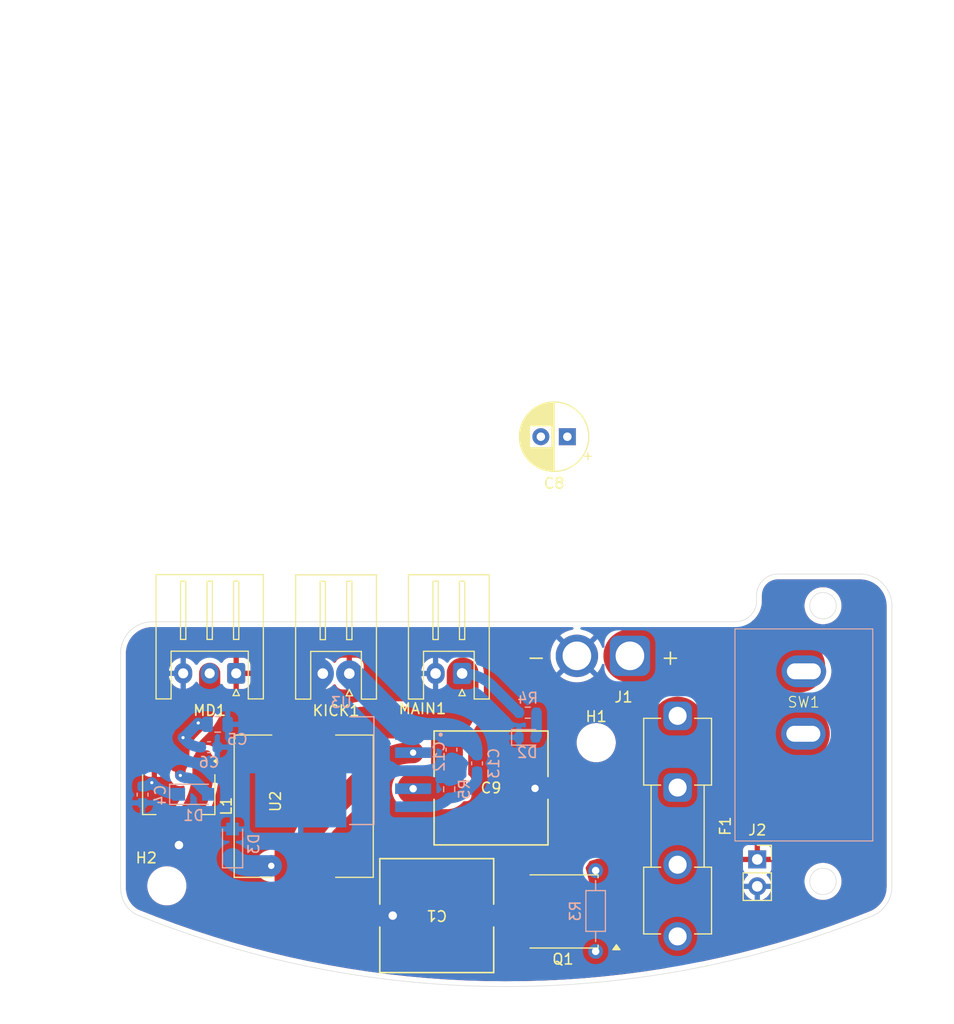
<source format=kicad_pcb>
(kicad_pcb (version 20241229) (generator "pcbnew") (generator_version "9.0")
  (layers (0 "F.Cu" signal) (2 "B.Cu" signal) (13 "F.Paste" user) (15 "B.Paste" user) (5 "F.SilkS" user "F.Silkscreen") (7 "B.SilkS" user "B.Silkscreen") (1 "F.Mask" user) (3 "B.Mask" user) (25 "Edge.Cuts" user))
  (net 0 "")
  (net 1 "Net-(D2-A)")
  (net 2 "+3.3V")
  (net 3 "Net-(SW1-B)")
  (net 4 "Net-(Q1-S)")
  (net 5 "+12V")
  (net 6 "Net-(J1-Pin_1)")
  (net 7 "+5V")
  (net 8 "Net-(Q1-G)")
  (net 9 "Net-(D3-K)")
  (net 10 "Net-(U3-ON{slash}OFF)")
  (net 11 "GND")
  (footprint "Fuse:Fuseholder_Clip-5x20mm_Eaton_1A5601-01_Inline_P20.80x6.76mm_D1.70mm_Horizontal" (layer "F.Cu") (at 166.181 167.47 -90)
    (property "Reference" "F1" (at 10.4 -4.5 90) (layer "F.SilkS"))
    (property "Value" "Fuse")
    (pad "1" thru_hole roundrect (at 0 0 270) (size 2.7 2.7) (drill 1.7) (layers "*.Cu" "*.Mask") (net 3 "Net-(SW1-B)"))
    (pad "1" thru_hole roundrect (at 6.76 0 270) (size 2.7 2.7) (drill 1.7) (layers "*.Cu" "*.Mask") (net 3 "Net-(SW1-B)"))
    (pad "2" thru_hole circle (at 14.04 0 270) (size 2.7 2.7) (drill 1.7) (layers "*.Cu" "*.Mask") (net 4 "Net-(Q1-S)"))
    (pad "2" thru_hole circle (at 20.8 0 270) (size 2.7 2.7) (drill 1.7) (layers "*.Cu" "*.Mask") (net 4 "Net-(Q1-S)"))
  )
  (footprint "Capacitor DOWNROAD:CAP_J-V_10X10P5_RUB" (layer "F.Cu") (at 143.46 186.31 180)
    (property "Reference" "C1" (at 0 0 180) (layer "F.SilkS"))
    (property "Value" "1000uF")
    (pad "1" smd rect (at -4.1529 0 180) (size 3.6068 1.4986) (layers "F.Cu" "F.Mask" "F.Paste") (net 5 "+12V"))
    (pad "2" smd rect (at 4.1529 0 180) (size 3.6068 1.4986) (layers "F.Cu" "F.Mask" "F.Paste") (net 11 "GND"))
  )
  (footprint "Connector_JST:JST_XH_S2B-XH-A_1x02_P2.50mm_Horizontal" (layer "F.Cu") (at 145.85 163.47 180)
    (property "Reference" "MAIN1" (at 3.74 -3.325391 0) (layer "F.SilkS"))
    (property "Value" "Conn_01x02_Pin")
    (pad "1" thru_hole roundrect (at 0 0 180) (size 1.7 2) (drill 1) (layers "*.Cu" "*.Mask") (roundrect_rratio 0.147059) (net 7 "+5V"))
    (pad "2" thru_hole oval (at 2.5 0 180) (size 1.7 2) (drill 1) (layers "*.Cu" "*.Mask") (net 11 "GND"))
  )
  (footprint "Capacitor DOWNROAD:CAP_J-V_10X10P5_RUB" (layer "F.Cu") (at 148.58 174.27)
    (property "Reference" "C9" (at 0 0 0) (layer "F.SilkS"))
    (property "Value" "1000uF")
    (pad "1" smd rect (at -4.1529 0) (size 3.6068 1.4986) (layers "F.Cu" "F.Mask" "F.Paste") (net 7 "+5V"))
    (pad "2" smd rect (at 4.1529 0) (size 3.6068 1.4986) (layers "F.Cu" "F.Mask" "F.Paste") (net 11 "GND"))
  )
  (footprint "SW:DS-850K-S-ON" (layer "F.Cu") (at 178.09 169.27)
    (property "Reference" "SW1" (at -0.02 -3.09 0) (layer "F.SilkS") (effects (font (thickness 0.1))))
    (property "Value" "SW_SPST")
    (pad "1" thru_hole oval (at 0 -6) (size 4.2 3) (drill oval 3.2 1.5) (layers "*.Cu" "*.Mask") (net 6 "Net-(J1-Pin_1)"))
    (pad "2" thru_hole oval (at -0.05 -0.11) (size 4.2 3) (drill oval 3.2 1.5) (layers "*.Cu" "*.Mask") (net 3 "Net-(SW1-B)"))
  )
  (footprint "Capacitor_THT:CP_Radial_D6.3mm_P2.50mm" (layer "F.Cu") (at 155.78 141.14 180)
    (property "Reference" "C8" (at 1.25 -4.4 180) (layer "F.SilkS"))
    (property "Value" "100uF")
    (pad "1" thru_hole rect (at 0 0 180) (size 1.6 1.6) (drill 0.8) (layers "*.Cu" "*.Mask") (net 5 "+12V"))
    (pad "2" thru_hole circle (at 2.5 0 180) (size 1.6 1.6) (drill 0.8) (layers "*.Cu" "*.Mask") (net 11 "GND"))
  )
  (footprint "Package_TO_SOT_SMD:TO-252-2" (layer "F.Cu") (at 155.366 185.918 180)
    (property "Reference" "Q1" (at 0 -4.5 0) (layer "F.SilkS"))
    (property "Value" "PMOS")
    (pad "1" smd roundrect (at -5.04 -2.28 180) (size 2.2 1.2) (layers "F.Cu" "F.Mask" "F.Paste") (roundrect_rratio 0.208333) (net 8 "Net-(Q1-G)"))
    (pad "2" smd roundrect (at 1.26 0 180) (size 6.4 5.8) (layers "F.Cu" "F.Mask") (roundrect_rratio 0.043103) (net 5 "+12V"))
    (pad "3" smd roundrect (at -5.04 2.28 180) (size 2.2 1.2) (layers "F.Cu" "F.Mask" "F.Paste") (roundrect_rratio 0.208333) (net 4 "Net-(Q1-S)"))
  )
  (footprint "Package_TO_SOT_SMD:SOT-223" (layer "F.Cu") (at 119.12 174.87 -90)
    (property "Reference" "U2" (at 0.666666 -9.13 90) (layer "F.SilkS"))
    (property "Value" "AZ1117CH-3.3TRG1")
    (pad "1" smd roundrect (at -3.15 -2.3 270) (size 2 1.5) (layers "F.Cu" "F.Mask" "F.Paste") (net 11 "GND"))
    (pad "2" smd roundrect (at -3.15 0 270) (size 2 1.5) (layers "F.Cu" "F.Mask" "F.Paste") (net 2 "+3.3V"))
    (pad "3" smd roundrect (at -3.15 2.3 270) (size 2 1.5) (layers "F.Cu" "F.Mask" "F.Paste") (net 5 "+12V"))
    (pad "4" smd roundrect (at 3.15 0 270) (size 2 3.8) (layers "F.Cu" "F.Mask" "F.Paste") (net 11 "GND"))
  )
  (footprint "Connector_JST:JST_XH_S3B-XH-A_1x03_P2.50mm_Horizontal" (layer "F.Cu") (at 124.54 163.46 180)
    (property "Reference" "MD1" (at 2.5 -3.5 0) (layer "F.SilkS"))
    (property "Value" "Conn_01x03_Pin")
    (pad "1" thru_hole roundrect (at 0 0 180) (size 1.7 1.95) (drill 0.95) (layers "*.Cu" "*.Mask") (roundrect_rratio 0.147059) (net 5 "+12V"))
    (pad "2" thru_hole oval (at 2.5 0 180) (size 1.7 1.95) (drill 0.95) (layers "*.Cu" "*.Mask") (net 2 "+3.3V"))
    (pad "3" thru_hole oval (at 5 0 180) (size 1.7 1.95) (drill 0.95) (layers "*.Cu" "*.Mask") (net 11 "GND"))
  )
  (footprint "Connector_AMASS:AMASS_XT30U-F_1x02_P5.0mm_Vertical" (layer "F.Cu") (at 161.68 161.81 180)
    (property "Reference" "J1" (at 0.6 -3.89 0) (layer "F.SilkS"))
    (property "Value" "Conn_01x02_Pin")
    (fp_text user "-" (at 8.84 -0.11 0) (layer "F.SilkS") (effects (font (size 1.5 1.5))))
    (fp_text user "+" (at -3.82 -0.11 0) (layer "F.SilkS") (effects (font (size 1.5 1.5))))
    (pad "1" thru_hole roundrect (at 0 0 180) (size 3.8 3.8) (drill 2.7) (layers "*.Cu" "*.Mask") (roundrect_rratio 0.2) (net 6 "Net-(J1-Pin_1)"))
    (pad "2" thru_hole circle (at 5 0 180) (size 4 4) (drill 2.7) (layers "*.Cu" "*.Mask") (net 11 "GND"))
  )
  (footprint "Inductor_SMD:L_Changjiang_FXL1360" (layer "F.Cu") (at 130.91 175.99 90)
    (property "Reference" "L1" (at 0 -7.3 90) (layer "F.SilkS"))
    (property "Value" "CSAB1260A")
    (pad "1" smd roundrect (at -5.625 0 90) (size 3.25 5.5) (layers "F.Cu" "F.Mask" "F.Paste") (roundrect_rratio 0.076923) (net 9 "Net-(D3-K)"))
    (pad "2" smd roundrect (at 5.625 0 90) (size 3.25 5.5) (layers "F.Cu" "F.Mask" "F.Paste") (roundrect_rratio 0.076923) (net 7 "+5V"))
  )
  (footprint "MountingHole:MountingHole_3.2mm_M3" (layer "F.Cu") (at 158.5 170)
    (property "Reference" "H1" (at 0 -2.46 0) (layer "F.SilkS"))
    (property "Value" "MountingHole")
    (pad "" np_thru_hole circle (at 0 0) (size 3.2 3.2) (drill 3.2) (layers "*.Cu" "*.Mask"))
  )
  (footprint "Connector_JST:JST_XH_S2B-XH-A_1x02_P2.50mm_Horizontal" (layer "F.Cu") (at 135.21 163.48 180)
    (property "Reference" "KICK1" (at 1.25 -3.5 0) (layer "F.SilkS"))
    (property "Value" "Conn_01x02_Pin")
    (pad "1" thru_hole roundrect (at 0 0 180) (size 1.7 2) (drill 1) (layers "*.Cu" "*.Mask") (roundrect_rratio 0.147059) (net 5 "+12V"))
    (pad "2" thru_hole oval (at 2.5 0 180) (size 1.7 2) (drill 1) (layers "*.Cu" "*.Mask") (net 11 "GND"))
  )
  (footprint "Connector_PinSocket_2.54mm:PinSocket_1x02_P2.54mm_Vertical" (layer "F.Cu") (at 173.695 181.01)
    (property "Reference" "J2" (at 0 -2.77 0) (layer "F.SilkS"))
    (property "Value" "Conn_01x02_Pin")
    (pad "1" thru_hole rect (at 0 0) (size 1.7 1.7) (drill 1) (layers "*.Cu" "*.Mask") (net 5 "+12V"))
    (pad "2" thru_hole oval (at 0 2.54) (size 1.7 1.7) (drill 1) (layers "*.Cu" "*.Mask") (net 11 "GND"))
  )
  (footprint "MountingHole:MountingHole_3.2mm_M3" (layer "F.Cu") (at 118 183.5)
    (property "Reference" "H2" (at -1.94 -2.63 0) (layer "F.SilkS"))
    (property "Value" "MountingHole")
    (pad "" np_thru_hole circle (at 0 0) (size 3.2 3.2) (drill 3.2) (layers "*.Cu" "*.Mask"))
  )
  (footprint "Resistor_SMD:R_0603_1608Metric" (layer "B.Cu") (at 152.045 167.17)
    (property "Reference" "R4" (at 0 -1.37 180) (layer "B.SilkS") (effects (justify mirror)))
    (property "Value" "1k")
    (pad "1" smd roundrect (at -0.825 0) (size 0.8 0.95) (layers "B.Cu" "B.Mask" "B.Paste") (net 7 "+5V"))
    (pad "2" smd roundrect (at 0.825 0) (size 0.8 0.95) (layers "B.Cu" "B.Mask" "B.Paste") (net 1 "Net-(D2-A)"))
  )
  (footprint "Capacitor_SMD:C_0603_1608Metric" (layer "B.Cu") (at 144.85 170.665 -90)
    (property "Reference" "C12" (at 0.635 1.16 90) (layer "B.SilkS") (effects (justify mirror)))
    (property "Value" "0.1uF")
    (pad "1" smd roundrect (at -0.775 0 270) (size 0.9 0.95) (layers "B.Cu" "B.Mask" "B.Paste") (net 5 "+12V"))
    (pad "2" smd roundrect (at 0.775 0 270) (size 0.9 0.95) (layers "B.Cu" "B.Mask" "B.Paste") (net 11 "GND"))
  )
  (footprint "Capacitor_SMD:C_0603_1608Metric" (layer "B.Cu") (at 147.26 171.95 -90)
    (property "Reference" "C13" (at 0 -1.58 90) (layer "B.SilkS") (effects (justify mirror)))
    (property "Value" "0.1uF")
    (pad "1" smd roundrect (at -0.775 0 270) (size 0.9 0.95) (layers "B.Cu" "B.Mask" "B.Paste") (net 5 "+12V"))
    (pad "2" smd roundrect (at 0.775 0 270) (size 0.9 0.95) (layers "B.Cu" "B.Mask" "B.Paste") (net 10 "Net-(U3-ON{slash}OFF)"))
  )
  (footprint "Resistor_SMD:R_0603_1608Metric" (layer "B.Cu") (at 144.6329 174.39 90)
    (property "Reference" "R5" (at 0 1.43 90) (layer "B.SilkS") (effects (justify mirror)))
    (property "Value" "47k")
    (pad "1" smd roundrect (at -0.825 0 90) (size 0.8 0.95) (layers "B.Cu" "B.Mask" "B.Paste") (net 10 "Net-(U3-ON{slash}OFF)"))
    (pad "2" smd roundrect (at 0.825 0 90) (size 0.8 0.95) (layers "B.Cu" "B.Mask" "B.Paste") (net 11 "GND"))
  )
  (footprint "Capacitor_SMD:C_0603_1608Metric" (layer "B.Cu") (at 115.71 174.9 -90)
    (property "Reference" "C4" (at 0.05 -1.67 90) (layer "B.SilkS") (effects (justify mirror)))
    (property "Value" "0.1uF")
    (pad "1" smd roundrect (at -0.775 0 270) (size 0.9 0.95) (layers "B.Cu" "B.Mask" "B.Paste") (net 5 "+12V"))
    (pad "2" smd roundrect (at 0.775 0 270) (size 0.9 0.95) (layers "B.Cu" "B.Mask" "B.Paste") (net 11 "GND"))
  )
  (footprint "Diode_SMD:Nexperia_CFP3_SOD-123W" (layer "B.Cu") (at 120.52 174.87)
    (property "Reference" "D1" (at 0 2 0) (layer "B.SilkS") (effects (justify mirror)))
    (property "Value" "GS1010FL")
    (pad "1" smd rect (at -1.4 0) (size 1.2 1.2) (layers "B.Cu" "B.Mask" "B.Paste") (net 5 "+12V"))
    (pad "2" smd rect (at 1.4 0) (size 1.2 1.2) (layers "B.Cu" "B.Mask" "B.Paste") (net 2 "+3.3V"))
  )
  (footprint "Capacitor_SMD:C_0805_2012Metric" (layer "B.Cu") (at 122.79 168.27)
    (property "Reference" "C5" (at 1.86 1.42 180) (layer "B.SilkS") (effects (justify mirror)))
    (property "Value" "47uF")
    (pad "1" smd roundrect (at -0.95 0) (size 1 1.45) (layers "B.Cu" "B.Mask" "B.Paste") (net 2 "+3.3V"))
    (pad "2" smd roundrect (at 0.95 0) (size 1 1.45) (layers "B.Cu" "B.Mask" "B.Paste") (net 11 "GND"))
  )
  (footprint "Regulator:LM2576SX-5.0_NOPB" (layer "B.Cu") (at 130.63 172.64 180)
    (property "Reference" "U3" (at -3.825 6.435 0) (layer "B.SilkS") (effects (justify mirror)))
    (property "Value" "LM2576SX-5.0_NOPB")
    (pad "1" smd rect (at -10.6 3.4 180) (size 3.4 1) (layers "B.Cu") (net 5 "+12V"))
    (pad "2" smd rect (at -10.6 1.7 180) (size 3.4 1) (layers "B.Cu") (net 9 "Net-(D3-K)"))
    (pad "3" smd rect (at -10.6 0 180) (size 3.4 1) (layers "B.Cu") (net 11 "GND"))
    (pad "4" smd rect (at -10.6 -1.7 180) (size 3.4 1) (layers "B.Cu") (net 7 "+5V"))
    (pad "5" smd rect (at -10.6 -3.4 180) (size 3.4 1) (layers "B.Cu") (net 10 "Net-(U3-ON{slash}OFF)"))
    (pad "6" smd rect (at 0 0 180) (size 8.6 10.7) (layers "B.Cu") (net 11 "GND"))
  )
  (footprint "Capacitor_SMD:C_0603_1608Metric" (layer "B.Cu") (at 121.98 170.42)
    (property "Reference" "C6" (at 0 1.43 180) (layer "B.SilkS") (effects (justify mirror)))
    (property "Value" "0.1uF")
    (pad "1" smd roundrect (at -0.775 0) (size 0.9 0.95) (layers "B.Cu" "B.Mask" "B.Paste") (net 2 "+3.3V"))
    (pad "2" smd roundrect (at 0.775 0) (size 0.9 0.95) (layers "B.Cu" "B.Mask" "B.Paste") (net 11 "GND"))
  )
  (footprint "Diode_SMD:Nexperia_CFP3_SOD-123W" (layer "B.Cu") (at 124.2 179.54 90)
    (property "Reference" "D3" (at 0 2 90) (layer "B.SilkS") (effects (justify mirror)))
    (property "Value" "D")
    (pad "1" smd rect (at -1.4 0 90) (size 1.2 1.2) (layers "B.Cu" "B.Mask" "B.Paste") (net 9 "Net-(D3-K)"))
    (pad "2" smd rect (at 1.4 0 90) (size 1.2 1.2) (layers "B.Cu" "B.Mask" "B.Paste") (net 11 "GND"))
  )
  (footprint "Resistor_THT:R_Axial_DIN0204_L3.6mm_D1.6mm_P7.62mm_Horizontal" (layer "B.Cu") (at 158.449 182.063 -90)
    (property "Reference" "R3" (at 3.81 1.92 90) (layer "B.SilkS") (effects (justify mirror)))
    (property "Value" "220")
    (pad "1" thru_hole circle (at 0 0 270) (size 1.4 1.4) (drill 0.7) (layers "*.Cu" "*.Mask") (net 4 "Net-(Q1-S)"))
    (pad "2" thru_hole oval (at 7.62 0 270) (size 1.4 1.4) (drill 0.7) (layers "*.Cu" "*.Mask") (net 8 "Net-(Q1-G)"))
  )
  (footprint "LED_SMD:LED_0603_1608Metric" (layer "B.Cu") (at 152.0025 169.5)
    (property "Reference" "D2" (at 0 1.43 180) (layer "B.SilkS") (effects (justify mirror)))
    (property "Value" "LED")
    (pad "1" smd roundrect (at -0.7875 0) (size 0.875 0.95) (layers "B.Cu" "B.Mask" "B.Paste") (net 11 "GND"))
    (pad "2" smd roundrect (at 0.7875 0) (size 0.875 0.95) (layers "B.Cu" "B.Mask" "B.Paste") (net 1 "Net-(D2-A)"))
  )
  (gr_poly (pts (xy 158.018 183.452) (xy 157.604 181.813) (xy 157.951 181.255) (xy 158.594 181.052) (xy 159.823 181.024) (xy 158.039 183.485)) (stroke (width 0.2)) (fill yes) (layer "F.Cu") (net 4))
  (gr_poly (pts (xy 140.51 167.13) (xy 141.46 167.56) (xy 142.47 167.76) (xy 142.33 168.06) (xy 140.91 167.91) (xy 140.57 167.34)) (stroke (width 0.2)) (fill yes) (layer "B.Cu") (net 5))
  (gr_arc (start 183.395441 154.095) (mid 185.516761 154.97368) (end 186.395441 157.095) (stroke (width 0.05)) (layer "Edge.Cuts"))
  (gr_line (start 183.3954 154.095) (end 175.634 154.095) (stroke (width 0.05)) (layer "Edge.Cuts"))
  (gr_line (start 171.634 158.595) (end 116.633837 158.595) (stroke (width 0.05)) (layer "Edge.Cuts"))
  (gr_curve (pts (xy 113.633837 183.594989) (xy 113.633837 185.594989) (xy 115.15 186.22) (xy 115.15 186.22)) (stroke (width 0.05)) (layer "Edge.Cuts"))
  (gr_arc (start 173.634 156.595) (mid 173.048214 158.009214) (end 171.634 158.595) (stroke (width 0.05)) (layer "Edge.Cuts"))
  (gr_line (start 173.634 156.595) (end 173.634 156.095) (stroke (width 0.05)) (layer "Edge.Cuts"))
  (gr_arc (start 184.634 186.31) (mid 149.883007 192.99955) (end 115.148954 186.222588) (stroke (width 0.05)) (layer "Edge.Cuts"))
  (gr_line (start 113.633837 183.594989) (end 113.633837 161.595) (stroke (width 0.05)) (layer "Edge.Cuts"))
  (gr_line (start 186.3954 183.58256) (end 186.3954 157.095) (stroke (width 0.05)) (layer "Edge.Cuts"))
  (gr_curve (pts (xy 186.3954 183.58256) (xy 186.3954 185.58256) (xy 184.634 186.31) (xy 184.634 186.31)) (stroke (width 0.05)) (layer "Edge.Cuts"))
  (gr_circle (center 179.895438 183.082544) (end 181.145438 183.082544) (stroke (width 0.05)) (fill no) (layer "Edge.Cuts"))
  (gr_circle (center 179.895438 157.082544) (end 181.145438 157.082544) (stroke (width 0.05)) (fill no) (layer "Edge.Cuts"))
  (gr_arc (start 173.634 156.095) (mid 174.219786 154.680786) (end 175.634 154.095) (stroke (width 0.05)) (layer "Edge.Cuts"))
  (gr_arc (start 113.633837 161.595) (mid 114.512517 159.47368) (end 116.633837 158.595) (stroke (width 0.05)) (layer "Edge.Cuts"))
  (segment (start 152.87 167.17) (end 152.87 169.306863) (width 1) (layer "B.Cu") (net 1))
  (arc (start 152.87 169.306863) (mid 152.849208 169.411388) (end 152.79 169.5) (width 1) (layer "B.Cu") (net 1))
  (segment (start 120.745995 168.084006) (end 120.15 168.68) (width 2) (layer "F.Cu") (net 2))
  (segment (start 122.04 164.96) (end 122.04 163.46) (width 2) (layer "F.Cu") (net 2))
  (segment (start 119.12 171.16664) (end 119.12 171.72) (width 2) (layer "F.Cu") (net 2))
  (segment (start 119.27 173.09) (end 119.27 172.082132) (width 1) (layer "F.Cu") (net 2))
  (via (at 119.27 173.09) (size 0.6) (drill 0.3) (layers "F.Cu" "B.Cu") (net 2))
  (via (at 119.52611 169.52611) (size 0.6) (drill 0.3) (layers "F.Cu" "B.Cu") (net 2))
  (via (at 120.96 168.139706) (size 0.6) (drill 0.3) (layers "F.Cu" "B.Cu") (net 2))
  (arc (start 122.04 164.96) (mid 121.703699 166.6507) (end 120.745995 168.084006) (width 2) (layer "F.Cu") (net 2))
  (arc (start 119.27 172.082132) (mid 119.231016 171.886148) (end 119.12 171.72) (width 1) (layer "F.Cu") (net 2))
  (arc (start 120.15 168.68) (mid 119.387689 169.82088) (end 119.12 171.16664) (width 2) (layer "F.Cu") (net 2))
  (segment (start 121.92 174.87) (end 120.748909 173.698909) (width 1) (layer "B.Cu") (net 2))
  (segment (start 119.81 173.31) (end 119.801127 173.31) (width 1) (layer "B.Cu") (net 2))
  (segment (start 119.864921 169.864921) (end 119.52611 169.52611) (width 1) (layer "B.Cu") (net 2))
  (segment (start 119.607173 169.492532) (end 120.96 168.139706) (width 1) (layer "B.Cu") (net 2))
  (segment (start 121.84 168.27) (end 121.274558 168.27) (width 1) (layer "B.Cu") (net 2))
  (arc (start 119.801127 173.31) (mid 119.513683 173.252824) (end 119.27 173.09) (width 1) (layer "B.Cu") (net 2))
  (arc (start 120.748909 173.698909) (mid 120.318134 173.411074) (end 119.81 173.31) (width 1) (layer "B.Cu") (net 2))
  (arc (start 119.52611 169.52611) (mid 119.569981 169.517383) (end 119.607173 169.492532) (width 1) (layer "B.Cu") (net 2))
  (arc (start 121.205 170.42) (mid 120.479754 170.27574) (end 119.864921 169.864921) (width 1) (layer "B.Cu") (net 2))
  (arc (start 121.274558 168.27) (mid 121.039377 168.22322) (end 120.96 168.139706) (width 1) (layer "B.Cu") (net 2))
  (segment (start 166.181 168.17) (end 166.181 174.23) (width 5) (layer "F.Cu") (net 3))
  (segment (start 166.551166 173.318834) (end 170.748834 169.121165) (width 5) (layer "F.Cu") (net 3))
  (segment (start 178.04 169.16) (end 168.571071 169.16) (width 5) (layer "F.Cu") (net 3))
  (arc (start 166.189834 174.191165) (mid 166.283741 173.719063) (end 166.551166 173.318834) (width 5) (layer "F.Cu") (net 3))
  (arc (start 168.571071 169.16) (mid 167.277574 168.902707) (end 166.181 168.17) (width 5) (layer "F.Cu") (net 3))
  (segment (start 166.181 181.51) (end 165.543446 181.51) (width 5) (layer "F.Cu") (net 4))
  (segment (start 166.181 181.51) (end 166.181 188.27) (width 5) (layer "F.Cu") (net 4))
  (arc (start 165.543446 181.51) (mid 162.763081 182.063049) (end 160.406 183.638) (width 5) (layer "F.Cu") (net 4))
  (segment (start 146.7329 187.19) (end 145.45 187.19) (width 2.5) (layer "F.Cu") (net 5))
  (segment (start 154.06923 185.829231) (end 151.74 183.5) (width 5) (layer "F.Cu") (net 5))
  (segment (start 146.5929 185.29) (end 145.56 185.29) (width 2.5) (layer "F.Cu") (net 5))
  (segment (start 153.924981 186.35502) (end 152 188.28) (width 5) (layer "F.Cu") (net 5))
  (segment (start 148.0049 185.918) (end 147.6129 186.31) (width 2.5) (layer "F.Cu") (net 5))
  (segment (start 154.106 185.918) (end 154.106 188.368673) (width 5) (layer "F.Cu") (net 5))
  (segment (start 154.106 185.918) (end 148.0049 185.918) (width 2.5) (layer "F.Cu") (net 5))
  (segment (start 154.106 185.918) (end 154.106 182.148063) (width 5) (layer "F.Cu") (net 5))
  (segment (start 147.6129 186.31) (end 146.5929 185.29) (width 2.5) (layer "F.Cu") (net 5))
  (segment (start 147.6129 186.31) (end 146.7329 187.19) (width 2.5) (layer "F.Cu") (net 5))
  (via (at 116.58 173.77) (size 0.6) (drill 0.3) (layers "F.Cu" "B.Cu") (net 5))
  (arc (start 153.748696 185.77) (mid 153.942067 185.808464) (end 154.106 185.918) (width 2.5) (layer "F.Cu") (net 5))
  (arc (start 154.106 182.148063) (mid 154.187606 181.737803) (end 154.42 181.39) (width 5) (layer "F.Cu") (net 5))
  (arc (start 154.106 188.368673) (mid 154.207682 188.879863) (end 154.497248 189.313229) (width 5) (layer "F.Cu") (net 5))
  (arc (start 154.106 185.918) (mid 154.096444 185.869958) (end 154.06923 185.829231) (width 5) (layer "F.Cu") (net 5))
  (arc (start 154.106 185.918) (mid 154.058955 186.154513) (end 153.924981 186.35502) (width 5) (layer "F.Cu") (net 5))
  (segment (start 147.217323 171.157322) (end 146.15 170.09) (width 1) (layer "B.Cu") (net 5))
  (segment (start 143.928163 169.508162) (end 143.84 169.42) (width 1) (layer "B.Cu") (net 5))
  (segment (start 116.661766 173.851766) (end 116.58 173.77) (width 1) (layer "B.Cu") (net 5))
  (segment (start 144.630956 168.97) (end 143.381838 168.97) (width 1) (layer "B.Cu") (net 5))
  (segment (start 143.405442 169.24) (end 141.23 169.24) (width 1) (layer "B.Cu") (net 5))
  (segment (start 145.45 168.97) (end 144.630956 168.97) (width 1) (layer "B.Cu") (net 5))
  (segment (start 115.71 174.125) (end 115.722954 174.125) (width 1) (layer "B.Cu") (net 5))
  (segment (start 142.23 168.17) (end 144.211644 168.17) (width 1) (layer "B.Cu") (net 5))
  (segment (start 145.667157 169.89) (end 144.85 169.89) (width 1) (layer "B.Cu") (net 5))
  (segment (start 146.980693 170.500693) (end 145.45 168.97) (width 1) (layer "B.Cu") (net 5))
  (segment (start 147.26 170.65267) (end 147.26 171.175) (width 1) (layer "B.Cu") (net 5))
  (segment (start 135.21 163.48) (end 140.359376 168.629376) (width 2.5) (layer "B.Cu") (net 5))
  (segment (start 141.279497 169.120502) (end 142.23 168.17) (width 1) (layer "B.Cu") (net 5))
  (arc (start 146.15 170.09) (mid 145.92847 169.941978) (end 145.667157 169.89) (width 1) (layer "B.Cu") (net 5))
  (arc (start 146.65 169.18) (mid 147.101466 169.855667) (end 147.26 170.65267) (width 1) (layer "B.Cu") (net 5))
  (arc (start 115.722954 174.125) (mid 116.186784 174.032738) (end 116.58 173.77) (width 1) (layer "B.Cu") (net 5))
  (arc (start 143.381838 168.97) (mid 143.029065 168.89983) (end 142.73 168.7) (width 1) (layer "B.Cu") (net 5))
  (arc (start 144.211644 168.17) (mid 145.531273 168.43249) (end 146.65 169.18) (width 1) (layer "B.Cu") (net 5))
  (arc (start 144.85 169.89) (mid 144.351105 169.790764) (end 143.928163 169.508162) (width 1) (layer "B.Cu") (net 5))
  (arc (start 144.630956 168.97) (mid 144.148774 169.065912) (end 143.74 169.339046) (width 1) (layer "B.Cu") (net 5))
  (arc (start 143.84 169.42) (mid 143.640623 169.28678) (end 143.405442 169.24) (width 1) (layer "B.Cu") (net 5))
  (arc (start 147.26 171.175) (mid 147.236903 171.170406) (end 147.217323 171.157322) (width 1) (layer "B.Cu") (net 5))
  (arc (start 141.23 169.24) (mid 141.242864 169.175328) (end 141.279497 169.120502) (width 1) (layer "B.Cu") (net 5))
  (arc (start 119.12 174.87) (mid 117.789613 174.60537) (end 116.661766 173.851766) (width 1) (layer "B.Cu") (net 5))
  (arc (start 140.359376 168.629376) (mid 140.758822 168.896277) (end 141.23 168.99) (width 2.5) (layer "B.Cu") (net 5))
  (arc (start 147.26 171.175) (mid 147.18741 170.810068) (end 146.980693 170.500693) (width 1) (layer "B.Cu") (net 5))
  (segment (start 175.234354 161.796) (end 161.713799 161.796) (width 5) (layer "F.Cu") (net 6))
  (arc (start 161.713799 161.796) (mid 161.695507 161.799638) (end 161.68 161.81) (width 5) (layer "F.Cu") (net 6))
  (arc (start 177.59303 162.773016) (mid 176.510864 162.049918) (end 175.234354 161.796) (width 5) (layer "F.Cu") (net 6))
  (segment (start 144.4271 174.27) (end 141.398995 174.27) (width 3) (layer "F.Cu") (net 7))
  (segment (start 144.4271 171.81) (end 144.4271 169.314108) (width 3) (layer "F.Cu") (net 7))
  (segment (start 144.4271 174.27) (end 144.4271 171.81) (width 3) (layer "F.Cu") (net 7))
  (segment (start 136.589533 168.1) (end 141.95 168.1) (width 3) (layer "F.Cu") (net 7))
  (segment (start 141.95 168.1) (end 144.93 168.1) (width 3) (layer "F.Cu") (net 7))
  (segment (start 144.695392 166.962822) (end 145.9 165.758213) (width 3) (layer "F.Cu") (net 7))
  (segment (start 130.91 170.365) (end 131.121339 170.365) (width 3) (layer "F.Cu") (net 7))
  (segment (start 145.9 165.758213) (end 145.9 163.47) (width 3) (layer "F.Cu") (net 7))
  (via (at 141.23 174.34) (size 1) (drill 0.7) (layers "F.Cu" "B.Cu") (net 7))
  (arc (start 131.121339 170.365) (mid 133.388226 169.914088) (end 135.31 168.63) (width 3) (layer "F.Cu") (net 7))
  (arc (start 141.95 168.1) (mid 143.435795 167.804457) (end 144.695392 166.962822) (width 3) (layer "F.Cu") (net 7))
  (arc (start 144.4271 169.314108) (mid 144.557799 168.657038) (end 144.93 168.1) (width 3) (layer "F.Cu") (net 7))
  (arc (start 135.31 168.63) (mid 135.897054 168.237742) (end 136.589533 168.1) (width 3) (layer "F.Cu") (net 7))
  (arc (start 141.398995 174.27) (mid 141.307535 174.288192) (end 141.23 174.34) (width 3) (layer "F.Cu") (net 7))
  (arc (start 144.93 168.1) (mid 145.647906 167.025579) (end 145.9 165.758213) (width 3) (layer "F.Cu") (net 7))
  (segment (start 148.700869 164.650868) (end 151.22 167.17) (width 1) (layer "B.Cu") (net 7))
  (arc (start 145.85 163.47) (mid 147.392879 163.776898) (end 148.700869 164.650868) (width 1) (layer "B.Cu") (net 7))
  (segment (start 159.254755 189.349246) (end 160.406 188.198) (width 2.5) (layer "F.Cu") (net 8))
  (arc (start 158.449 189.683) (mid 158.885071 189.59626) (end 159.254755 189.349246) (width 2.5) (layer "F.Cu") (net 8))
  (segment (start 137.286584 172.573417) (end 134.96 174.9) (width 2) (layer "F.Cu") (net 9))
  (segment (start 127.85 181.615) (end 130.91 181.615) (width 2) (layer "F.Cu") (net 9))
  (segment (start 134.96 174.9) (end 132.79444 177.06556) (width 2) (layer "F.Cu") (net 9))
  (via (at 141.23 170.94) (size 1) (drill 0.6) (layers "F.Cu" "B.Cu") (net 9))
  (via (at 127.85 181.615) (size 1) (drill 0.6) (layers "F.Cu" "B.Cu") (net 9))
  (arc (start 132.79444 177.06556) (mid 131.39975 179.15286) (end 130.91 181.615) (width 2) (layer "F.Cu") (net 9))
  (arc (start 141.23 170.94) (mid 139.095838 171.364511) (end 137.286584 172.573417) (width 2) (layer "F.Cu") (net 9))
  (segment (start 127.85 181.615) (end 127.845 181.61) (width 2) (layer "B.Cu") (net 9))
  (segment (start 127.845 181.61) (end 125.817523 181.61) (width 2) (layer "B.Cu") (net 9))
  (arc (start 125.817523 181.61) (mid 124.942126 181.435873) (end 124.2 180.94) (width 2) (layer "B.Cu") (net 9))
  (segment (start 141.23 176.04) (end 142.641174 176.04) (width 1) (layer "B.Cu") (net 10))
  (segment (start 146.377734 174.492266) (end 147.06 173.81) (width 1) (layer "B.Cu") (net 10))
  (segment (start 147.26 173.327157) (end 147.26 172.725) (width 1) (layer "B.Cu") (net 10))
  (arc (start 142.641174 176.04) (mid 143.719088 175.825589) (end 144.6329 175.215) (width 1) (layer "B.Cu") (net 10))
  (arc (start 147.06 173.81) (mid 147.208022 173.588469) (end 147.26 173.327157) (width 1) (layer "B.Cu") (net 10))
  (arc (start 144.6329 175.215) (mid 145.577197 175.027168) (end 146.377734 174.492266) (width 1) (layer "B.Cu") (net 10))
  (segment (start 119.137434 179.66) (end 119.134816 179.657382) (width 2.5) (layer "F.Cu") (net 11))
  (segment (start 119.14 179.66) (end 119.137434 179.66) (width 2.5) (layer "F.Cu") (net 11))
  (segment (start 119.12 179.611716) (end 119.12 178.02) (width 2.5) (layer "F.Cu") (net 11))
  (segment (start 121.42 171.72) (end 121.42 172.467309) (width 2) (layer "F.Cu") (net 11))
  (via (at 139.3071 186.31) (size 1.2) (drill 0.8) (layers "F.Cu" "B.Cu") (net 11))
  (via (at 152.73 174.31) (size 1) (drill 0.7) (layers "F.Cu" "B.Cu") (net 11))
  (via (at 119.14 179.66) (size 1) (drill 0.8) (layers "F.Cu" "B.Cu") (net 11))
  (arc (start 119.134816 179.657382) (mid 119.124225 179.635348) (end 119.12 179.611716) (width 2.5) (layer "F.Cu") (net 11))
  (arc (start 121.42 172.467309) (mid 120.822249 175.472404) (end 119.12 178.02) (width 2) (layer "F.Cu") (net 11))
  (segment (start 141.23 172.64) (end 140.198528 172.64) (width 1) (layer "B.Cu") (net 11))
  (segment (start 141.23 172.64) (end 141.952944 172.64) (width 1) (layer "B.Cu") (net 11))
  (segment (start 145.125772 172.105771) (end 145.41 172.39) (width 1) (layer "B.Cu") (net 11))
  (segment (start 132.991737 166.938264) (end 133.14 166.79) (width 3) (layer "B.Cu") (net 11))
  (segment (start 141.23 172.64) (end 142.399752 172.64) (width 1) (layer "B.Cu") (net 11))
  (segment (start 131.103762 171.496239) (end 134.8 167.8) (width 3) (layer "B.Cu") (net 11))
  (segment (start 130.63 172.64) (end 130.63 167.415168) (width 3) (layer "B.Cu") (net 11))
  (segment (start 130.63 172.64) (end 130.515584 172.64) (width 3) (layer "B.Cu") (net 11))
  (segment (start 145.387612 173.252388) (end 145.52 173.12) (width 1) (layer "B.Cu") (net 11))
  (segment (start 145.464559 171.694558) (end 145.66 171.89) (width 1) (layer "B.Cu") (net 11))
  (segment (start 144.072801 172.2128) (end 143.969403 172.109403) (width 1) (layer "B.Cu") (net 11))
  (segment (start 144.85 171.44) (end 144.85 173.040874) (width 1) (layer "B.Cu") (net 11))
  (segment (start 130.219878 171.649878) (end 126.37 167.8) (width 3) (layer "B.Cu") (net 11))
  (segment (start 141.23 172.64) (end 140.071543 172.64) (width 1) (layer "B.Cu") (net 11))
  (segment (start 134.966051 170.843949) (end 135.17 170.64) (width 3) (layer "B.Cu") (net 11))
  (segment (start 128.232908 166.852908) (end 128.01 166.63) (width 3) (layer "B.Cu") (net 11))
  (arc (start 130.63 172.64) (mid 130.523413 172.10415) (end 130.219878 171.649878) (width 3) (layer "B.Cu") (net 11))
  (arc (start 130.63 167.415168) (mid 131.053623 165.285471) (end 132.26 163.48) (width 3) (layer "B.Cu") (net 11))
  (arc (start 141.952944 172.64) (mid 143.520819 172.32813) (end 144.85 171.44) (width 1) (layer "B.Cu") (net 11))
  (arc (start 140.071543 172.64) (mid 139.561984 172.538642) (end 139.13 172.25) (width 1) (layer "B.Cu") (net 11))
  (arc (start 130.63 172.64) (mid 131.243795 169.554242) (end 132.991737 166.938264) (width 3) (layer "B.Cu") (net 11))
  (arc (start 144.6329 173.565) (mid 144.487335 172.833195) (end 144.072801 172.2128) (width 1) (layer "B.Cu") (net 11))
  (arc (start 140.198528 172.64) (mid 139.414591 172.795935) (end 138.75 173.24) (width 1) (layer "B.Cu") (net 11))
  (arc (start 144.6329 173.565) (mid 145.041347 173.483755) (end 145.387612 173.252388) (width 1) (layer "B.Cu") (net 11))
  (arc (start 142.399752 172.64) (mid 143.608323 172.8804) (end 144.6329 173.565) (width 1) (layer "B.Cu") (net 11))
  (arc (start 130.63 172.64) (mid 130.007016 169.508048) (end 128.232908 166.852908) (width 3) (layer "B.Cu") (net 11))
  (arc (start 144.85 171.44) (mid 144.921671 171.800313) (end 145.125772 172.105771) (width 1) (layer "B.Cu") (net 11))
  (arc (start 130.515584 172.64) (mid 128.163771 172.172195) (end 126.17 170.84) (width 3) (layer "B.Cu") (net 11))
  (arc (start 130.63 172.64) (mid 132.976654 172.173222) (end 134.966051 170.843949) (width 3) (layer "B.Cu") (net 11))
  (arc (start 144.85 171.44) (mid 145.182597 171.506158) (end 145.464559 171.694558) (width 1) (layer "B.Cu") (net 11))
  (arc (start 130.63 172.64) (mid 130.753127 172.021001) (end 131.103762 171.496239) (width 3) (layer "B.Cu") (net 11))
  (arc (start 144.85 173.040874) (mid 144.793577 173.324529) (end 144.6329 173.565) (width 1) (layer "B.Cu") (net 11))
  (zone (net 5) (net_name "+12V") (layer "F.Cu") (connect_pads (clearance 0.5)) (min_thickness 0.25) (fill yes (thermal_gap 0.5) (thermal_bridge_width 0.5))
    (polygon (pts (xy 102.26 144.822) (xy 192.269 144.822) (xy 192.27 144.823) (xy 192.27 196.57) (xy 102.27 196.57) (xy 102.26 196.56) (xy 102.26 144.82)))
  )
  (zone (net 11) (net_name "GND") (layer "B.Cu") (priority 1) (connect_pads (clearance 0.5)) (min_thickness 0.25) (fill yes (thermal_gap 0.5) (thermal_bridge_width 0.5))
    (polygon (pts (xy 102.26 144.82) (xy 192.269 144.82) (xy 192.27 144.821) (xy 192.27 196.57) (xy 102.27 196.57) (xy 102.26 196.56)))
  )
)
</source>
